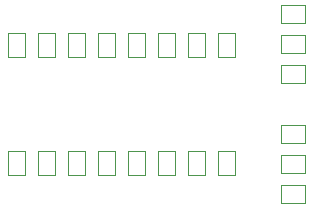
<source format=gbr>
%TF.GenerationSoftware,KiCad,Pcbnew,7.0.6*%
%TF.CreationDate,2023-11-23T00:40:04+08:00*%
%TF.ProjectId,handfull-mini,68616e64-6675-46c6-9c2d-6d696e692e6b,rev?*%
%TF.SameCoordinates,Original*%
%TF.FileFunction,Legend,Bot*%
%TF.FilePolarity,Positive*%
%FSLAX46Y46*%
G04 Gerber Fmt 4.6, Leading zero omitted, Abs format (unit mm)*
G04 Created by KiCad (PCBNEW 7.0.6) date 2023-11-23 00:40:04*
%MOMM*%
%LPD*%
G01*
G04 APERTURE LIST*
%ADD10C,0.050000*%
G04 APERTURE END LIST*
D10*
%TO.C,U1*%
X101350000Y-56360000D02*
X103350000Y-56360000D01*
X103350000Y-56360000D02*
X103350000Y-57860000D01*
X103350000Y-57860000D02*
X101350000Y-57860000D01*
X101350000Y-57860000D02*
X101350000Y-56360000D01*
X78190000Y-55490000D02*
X79690000Y-55490000D01*
X79690000Y-55490000D02*
X79690000Y-53490000D01*
X79690000Y-53490000D02*
X78190000Y-53490000D01*
X78190000Y-53490000D02*
X78190000Y-55490000D01*
X80730000Y-55490000D02*
X82230000Y-55490000D01*
X82230000Y-55490000D02*
X82230000Y-53490000D01*
X82230000Y-53490000D02*
X80730000Y-53490000D01*
X80730000Y-53490000D02*
X80730000Y-55490000D01*
X83270000Y-55490000D02*
X84770000Y-55490000D01*
X84770000Y-55490000D02*
X84770000Y-53490000D01*
X84770000Y-53490000D02*
X83270000Y-53490000D01*
X83270000Y-53490000D02*
X83270000Y-55490000D01*
X85810000Y-55490000D02*
X87310000Y-55490000D01*
X87310000Y-55490000D02*
X87310000Y-53490000D01*
X87310000Y-53490000D02*
X85810000Y-53490000D01*
X85810000Y-53490000D02*
X85810000Y-55490000D01*
X88350000Y-55490000D02*
X89850000Y-55490000D01*
X89850000Y-55490000D02*
X89850000Y-53490000D01*
X89850000Y-53490000D02*
X88350000Y-53490000D01*
X88350000Y-53490000D02*
X88350000Y-55490000D01*
X90890000Y-55490000D02*
X92390000Y-55490000D01*
X92390000Y-55490000D02*
X92390000Y-53490000D01*
X92390000Y-53490000D02*
X90890000Y-53490000D01*
X90890000Y-53490000D02*
X90890000Y-55490000D01*
X93430000Y-55490000D02*
X94930000Y-55490000D01*
X94930000Y-55490000D02*
X94930000Y-53490000D01*
X94930000Y-53490000D02*
X93430000Y-53490000D01*
X93430000Y-53490000D02*
X93430000Y-55490000D01*
X95970000Y-55490000D02*
X97470000Y-55490000D01*
X97470000Y-55490000D02*
X97470000Y-53490000D01*
X97470000Y-53490000D02*
X95970000Y-53490000D01*
X95970000Y-53490000D02*
X95970000Y-55490000D01*
X101350000Y-53820000D02*
X103350000Y-53820000D01*
X103350000Y-53820000D02*
X103350000Y-55320000D01*
X103350000Y-55320000D02*
X101350000Y-55320000D01*
X101350000Y-55320000D02*
X101350000Y-53820000D01*
X101350000Y-51280000D02*
X103350000Y-51280000D01*
X103350000Y-51280000D02*
X103350000Y-52780000D01*
X103350000Y-52780000D02*
X101350000Y-52780000D01*
X101350000Y-52780000D02*
X101350000Y-51280000D01*
X101350000Y-46200000D02*
X103350000Y-46200000D01*
X103350000Y-46200000D02*
X103350000Y-47700000D01*
X103350000Y-47700000D02*
X101350000Y-47700000D01*
X101350000Y-47700000D02*
X101350000Y-46200000D01*
X101350000Y-43660000D02*
X103350000Y-43660000D01*
X103350000Y-43660000D02*
X103350000Y-45160000D01*
X103350000Y-45160000D02*
X101350000Y-45160000D01*
X101350000Y-45160000D02*
X101350000Y-43660000D01*
X79690000Y-43490000D02*
X78190000Y-43490000D01*
X78190000Y-43490000D02*
X78190000Y-45490000D01*
X78190000Y-45490000D02*
X79690000Y-45490000D01*
X79690000Y-45490000D02*
X79690000Y-43490000D01*
X82230000Y-43490000D02*
X80730000Y-43490000D01*
X80730000Y-43490000D02*
X80730000Y-45490000D01*
X80730000Y-45490000D02*
X82230000Y-45490000D01*
X82230000Y-45490000D02*
X82230000Y-43490000D01*
X84770000Y-43490000D02*
X83270000Y-43490000D01*
X83270000Y-43490000D02*
X83270000Y-45490000D01*
X83270000Y-45490000D02*
X84770000Y-45490000D01*
X84770000Y-45490000D02*
X84770000Y-43490000D01*
X87310000Y-43490000D02*
X85810000Y-43490000D01*
X85810000Y-43490000D02*
X85810000Y-45490000D01*
X85810000Y-45490000D02*
X87310000Y-45490000D01*
X87310000Y-45490000D02*
X87310000Y-43490000D01*
X89850000Y-43490000D02*
X88350000Y-43490000D01*
X88350000Y-43490000D02*
X88350000Y-45490000D01*
X88350000Y-45490000D02*
X89850000Y-45490000D01*
X89850000Y-45490000D02*
X89850000Y-43490000D01*
X92390000Y-43490000D02*
X90890000Y-43490000D01*
X90890000Y-43490000D02*
X90890000Y-45490000D01*
X90890000Y-45490000D02*
X92390000Y-45490000D01*
X92390000Y-45490000D02*
X92390000Y-43490000D01*
X94930000Y-43490000D02*
X93430000Y-43490000D01*
X93430000Y-43490000D02*
X93430000Y-45490000D01*
X93430000Y-45490000D02*
X94930000Y-45490000D01*
X94930000Y-45490000D02*
X94930000Y-43490000D01*
X97470000Y-43490000D02*
X95970000Y-43490000D01*
X95970000Y-43490000D02*
X95970000Y-45490000D01*
X95970000Y-45490000D02*
X97470000Y-45490000D01*
X97470000Y-45490000D02*
X97470000Y-43490000D01*
X101350000Y-41120000D02*
X103350000Y-41120000D01*
X103350000Y-41120000D02*
X103350000Y-42620000D01*
X103350000Y-42620000D02*
X101350000Y-42620000D01*
X101350000Y-42620000D02*
X101350000Y-41120000D01*
%TD*%
M02*

</source>
